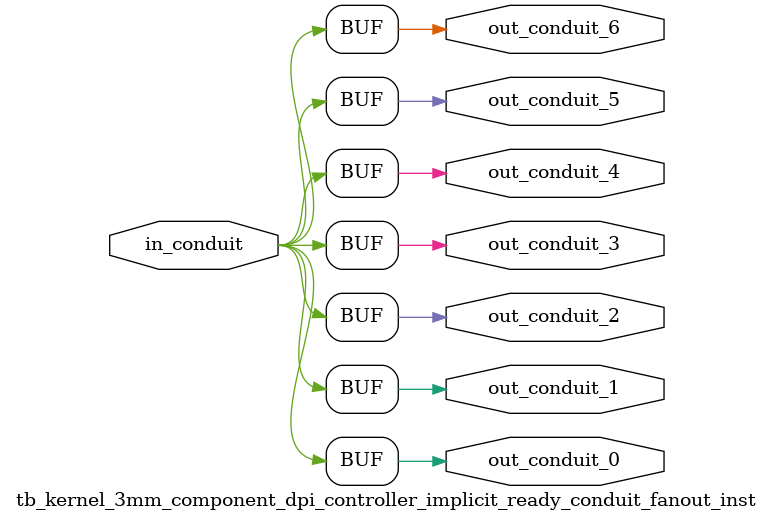
<source format=sv>


 


// --------------------------------------------------------------------------------
//| Avalon Conduit Fan-Out
// --------------------------------------------------------------------------------

// ------------------------------------------
// Generation parameters:
//   output_name:       tb_kernel_3mm_component_dpi_controller_implicit_ready_conduit_fanout_inst
//   numFanOut:         7
//   
// ------------------------------------------

module tb_kernel_3mm_component_dpi_controller_implicit_ready_conduit_fanout_inst (     

// Interface: out_conduit_0
 output                    out_conduit_0,
// Interface: out_conduit_1
 output                    out_conduit_1,
// Interface: out_conduit_2
 output                    out_conduit_2,
// Interface: out_conduit_3
 output                    out_conduit_3,
// Interface: out_conduit_4
 output                    out_conduit_4,
// Interface: out_conduit_5
 output                    out_conduit_5,
// Interface: out_conduit_6
 output                    out_conduit_6,

// Interface: in_conduit
 input                   in_conduit

);

   assign  out_conduit_0 = in_conduit;
   assign  out_conduit_1 = in_conduit;
   assign  out_conduit_2 = in_conduit;
   assign  out_conduit_3 = in_conduit;
   assign  out_conduit_4 = in_conduit;
   assign  out_conduit_5 = in_conduit;
   assign  out_conduit_6 = in_conduit;

endmodule //


</source>
